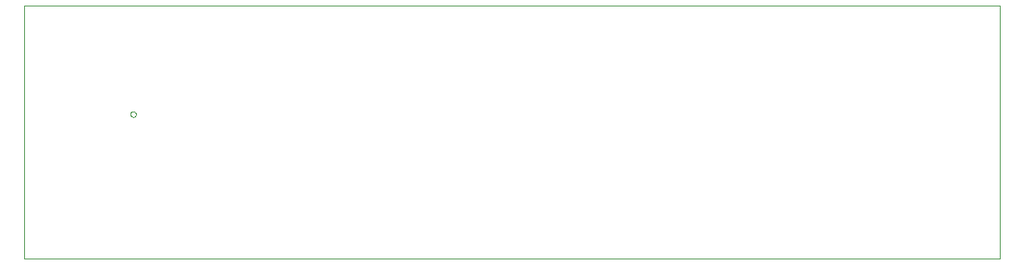
<source format=gko>
G75*
%MOIN*%
%OFA0B0*%
%FSLAX24Y24*%
%IPPOS*%
%LPD*%
%AMOC8*
5,1,8,0,0,1.08239X$1,22.5*
%
%ADD10C,0.0000*%
D10*
X000180Y000180D02*
X000180Y010676D01*
X040550Y010676D01*
X040550Y000180D01*
X000180Y000180D01*
X004562Y006180D02*
X004564Y006201D01*
X004570Y006221D01*
X004579Y006241D01*
X004591Y006258D01*
X004606Y006272D01*
X004624Y006284D01*
X004644Y006292D01*
X004664Y006297D01*
X004685Y006298D01*
X004706Y006295D01*
X004726Y006289D01*
X004745Y006278D01*
X004762Y006265D01*
X004775Y006249D01*
X004786Y006231D01*
X004794Y006211D01*
X004798Y006191D01*
X004798Y006169D01*
X004794Y006149D01*
X004786Y006129D01*
X004775Y006111D01*
X004762Y006095D01*
X004745Y006082D01*
X004726Y006071D01*
X004706Y006065D01*
X004685Y006062D01*
X004664Y006063D01*
X004644Y006068D01*
X004624Y006076D01*
X004606Y006088D01*
X004591Y006102D01*
X004579Y006119D01*
X004570Y006139D01*
X004564Y006159D01*
X004562Y006180D01*
M02*

</source>
